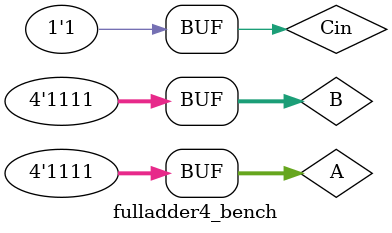
<source format=v>
module fulladder4_bench;
reg [3:0] A;
reg [3:0] B;
reg Cin;

wire [3:0] S;
wire Cout;

fulladder4 iDut(.A(A), 
                .B(B), 
                .Cin(Cin),
                .S(S),
                .Cout(Cout));

initial
begin

    A = 3'b000;
    B = 3'b000;
    Cin = 0;
    #10;

    A = 3'b010;
    B = 3'b001;
    Cin = 0;
    #10;

    A = 3'b011;
    B = 3'b011;
    Cin = 0;
    #10;

    A = 4'b1111;
    B = 4'b1111;
    Cin = 1;
    #10;
end

endmodule
</source>
